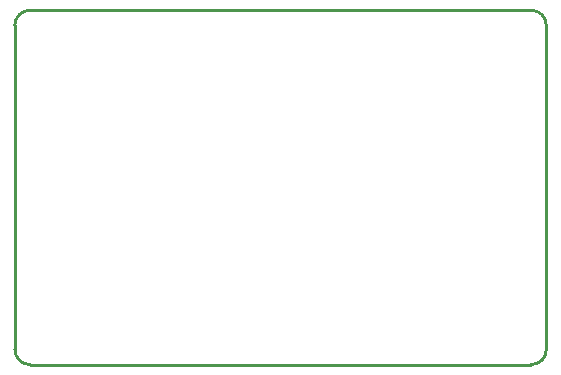
<source format=gko>
G04*
G04 #@! TF.GenerationSoftware,Altium Limited,Altium Designer,25.2.1 (25)*
G04*
G04 Layer_Color=16711935*
%FSLAX42Y42*%
%MOMM*%
G71*
G04*
G04 #@! TF.SameCoordinates,54F93AE9-759C-433E-98B8-B0DEF80D149C*
G04*
G04*
G04 #@! TF.FilePolarity,Positive*
G04*
G01*
G75*
%ADD16C,0.25*%
D16*
X10623Y6750D02*
G03*
X10750Y6877I0J127D01*
G01*
X6250D02*
G03*
X6377Y6750I127J0D01*
G01*
Y9750D02*
G03*
X6250Y9623I0J-127D01*
G01*
X10750D02*
G03*
X10623Y9750I-127J0D01*
G01*
X10750Y6877D02*
Y9500D01*
X10500Y6750D02*
X10623D01*
X6377D02*
X10500D01*
X6250Y6877D02*
Y7050D01*
Y9623D01*
X6377Y9750D02*
X6500D01*
X10623D01*
X10750Y9500D02*
Y9623D01*
M02*

</source>
